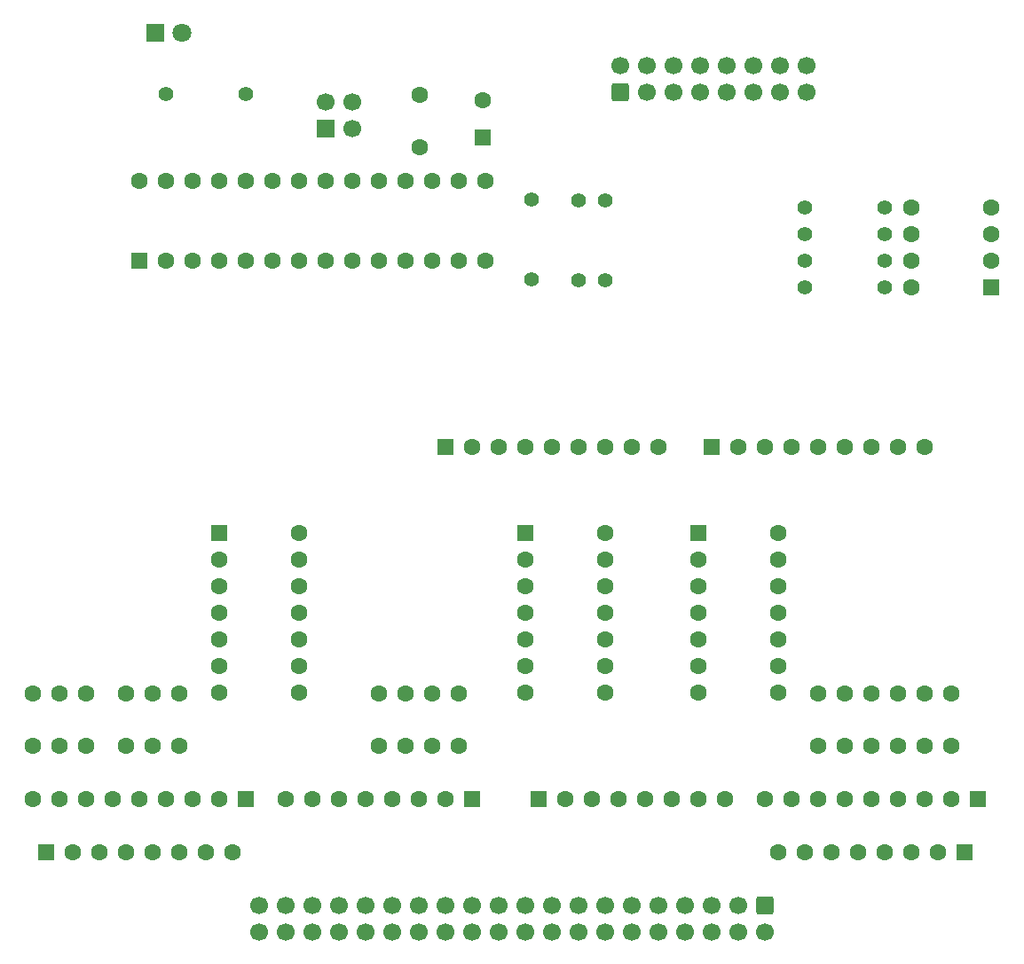
<source format=gbr>
%TF.GenerationSoftware,KiCad,Pcbnew,9.0.7*%
%TF.CreationDate,2026-02-03T13:57:44+01:00*%
%TF.ProjectId,lokho2-inputs,6c6f6b68-6f32-42d6-996e-707574732e6b,rev?*%
%TF.SameCoordinates,Original*%
%TF.FileFunction,Soldermask,Bot*%
%TF.FilePolarity,Negative*%
%FSLAX46Y46*%
G04 Gerber Fmt 4.6, Leading zero omitted, Abs format (unit mm)*
G04 Created by KiCad (PCBNEW 9.0.7) date 2026-02-03 13:57:44*
%MOMM*%
%LPD*%
G01*
G04 APERTURE LIST*
G04 Aperture macros list*
%AMRoundRect*
0 Rectangle with rounded corners*
0 $1 Rounding radius*
0 $2 $3 $4 $5 $6 $7 $8 $9 X,Y pos of 4 corners*
0 Add a 4 corners polygon primitive as box body*
4,1,4,$2,$3,$4,$5,$6,$7,$8,$9,$2,$3,0*
0 Add four circle primitives for the rounded corners*
1,1,$1+$1,$2,$3*
1,1,$1+$1,$4,$5*
1,1,$1+$1,$6,$7*
1,1,$1+$1,$8,$9*
0 Add four rect primitives between the rounded corners*
20,1,$1+$1,$2,$3,$4,$5,0*
20,1,$1+$1,$4,$5,$6,$7,0*
20,1,$1+$1,$6,$7,$8,$9,0*
20,1,$1+$1,$8,$9,$2,$3,0*%
G04 Aperture macros list end*
%ADD10R,1.700000X1.700000*%
%ADD11C,1.700000*%
%ADD12C,1.400000*%
%ADD13C,1.600000*%
%ADD14R,1.800000X1.800000*%
%ADD15C,1.800000*%
%ADD16R,1.600000X1.600000*%
%ADD17RoundRect,0.250000X-0.550000X-0.550000X0.550000X-0.550000X0.550000X0.550000X-0.550000X0.550000X0*%
%ADD18RoundRect,0.250000X-0.600000X0.600000X-0.600000X-0.600000X0.600000X-0.600000X0.600000X0.600000X0*%
%ADD19RoundRect,0.250000X0.550000X0.550000X-0.550000X0.550000X-0.550000X-0.550000X0.550000X-0.550000X0*%
%ADD20RoundRect,0.250000X0.550000X-0.550000X0.550000X0.550000X-0.550000X0.550000X-0.550000X-0.550000X0*%
%ADD21RoundRect,0.250000X0.600000X-0.600000X0.600000X0.600000X-0.600000X0.600000X-0.600000X-0.600000X0*%
G04 APERTURE END LIST*
D10*
%TO.C,J2*%
X133020000Y-72225000D03*
D11*
X133020000Y-69685000D03*
X135560000Y-72225000D03*
X135560000Y-69685000D03*
%TD*%
D12*
%TO.C,R2*%
X186360000Y-84765000D03*
X178740000Y-84765000D03*
%TD*%
D13*
%TO.C,C17*%
X110160000Y-131120000D03*
X110160000Y-126120000D03*
%TD*%
D12*
%TO.C,R7*%
X125400000Y-68890000D03*
X117780000Y-68890000D03*
%TD*%
%TO.C,R5*%
X159690000Y-79050000D03*
X159690000Y-86670000D03*
%TD*%
D14*
%TO.C,D1*%
X116730000Y-63000000D03*
D15*
X119270000Y-63000000D03*
%TD*%
D13*
%TO.C,C14*%
X138100000Y-131120000D03*
X138100000Y-126120000D03*
%TD*%
D16*
%TO.C,RN5*%
X106350000Y-141280000D03*
D13*
X108890000Y-141280000D03*
X111430000Y-141280000D03*
X113970000Y-141280000D03*
X116510000Y-141280000D03*
X119050000Y-141280000D03*
X121590000Y-141280000D03*
X124130000Y-141280000D03*
%TD*%
%TO.C,C11*%
X116510000Y-131120000D03*
X116510000Y-126120000D03*
%TD*%
%TO.C,C7*%
X182550000Y-131120000D03*
X182550000Y-126120000D03*
%TD*%
%TO.C,C15*%
X105080000Y-131120000D03*
X105080000Y-126120000D03*
%TD*%
%TO.C,C13*%
X140640000Y-131120000D03*
X140640000Y-126120000D03*
%TD*%
%TO.C,C4*%
X190170000Y-131120000D03*
X190170000Y-126120000D03*
%TD*%
%TO.C,C9*%
X143180000Y-131120000D03*
X143180000Y-126120000D03*
%TD*%
D17*
%TO.C,U4*%
X152070000Y-110800000D03*
D13*
X152070000Y-113340000D03*
X152070000Y-115880000D03*
X152070000Y-118420000D03*
X152070000Y-120960000D03*
X152070000Y-123500000D03*
X152070000Y-126040000D03*
X159690000Y-126040000D03*
X159690000Y-123500000D03*
X159690000Y-120960000D03*
X159690000Y-118420000D03*
X159690000Y-115880000D03*
X159690000Y-113340000D03*
X159690000Y-110800000D03*
%TD*%
D16*
%TO.C,RN7*%
X144450000Y-102545000D03*
D13*
X146990000Y-102545000D03*
X149530000Y-102545000D03*
X152070000Y-102545000D03*
X154610000Y-102545000D03*
X157150000Y-102545000D03*
X159690000Y-102545000D03*
X162230000Y-102545000D03*
X164770000Y-102545000D03*
%TD*%
D16*
%TO.C,RN6*%
X125400000Y-136200000D03*
D13*
X122860000Y-136200000D03*
X120320000Y-136200000D03*
X117780000Y-136200000D03*
X115240000Y-136200000D03*
X112700000Y-136200000D03*
X110160000Y-136200000D03*
X107620000Y-136200000D03*
X105080000Y-136200000D03*
%TD*%
%TO.C,C2*%
X142000000Y-69000000D03*
X142000000Y-74000000D03*
%TD*%
D16*
%TO.C,RN3*%
X195250000Y-136200000D03*
D13*
X192710000Y-136200000D03*
X190170000Y-136200000D03*
X187630000Y-136200000D03*
X185090000Y-136200000D03*
X182550000Y-136200000D03*
X180010000Y-136200000D03*
X177470000Y-136200000D03*
X174930000Y-136200000D03*
%TD*%
D18*
%TO.C,J1*%
X174930000Y-146360000D03*
D11*
X174930000Y-148900000D03*
X172390000Y-146360000D03*
X172390000Y-148900000D03*
X169850000Y-146360000D03*
X169850000Y-148900000D03*
X167310000Y-146360000D03*
X167310000Y-148900000D03*
X164770000Y-146360000D03*
X164770000Y-148900000D03*
X162230000Y-146360000D03*
X162230000Y-148900000D03*
X159690000Y-146360000D03*
X159690000Y-148900000D03*
X157150000Y-146360000D03*
X157150000Y-148900000D03*
X154610000Y-146360000D03*
X154610000Y-148900000D03*
X152070000Y-146360000D03*
X152070000Y-148900000D03*
X149530000Y-146360000D03*
X149530000Y-148900000D03*
X146990000Y-146360000D03*
X146990000Y-148900000D03*
X144450000Y-146360000D03*
X144450000Y-148900000D03*
X141910000Y-146360000D03*
X141910000Y-148900000D03*
X139370000Y-146360000D03*
X139370000Y-148900000D03*
X136830000Y-146360000D03*
X136830000Y-148900000D03*
X134290000Y-146360000D03*
X134290000Y-148900000D03*
X131750000Y-146360000D03*
X131750000Y-148900000D03*
X129210000Y-146360000D03*
X129210000Y-148900000D03*
X126670000Y-146360000D03*
X126670000Y-148900000D03*
%TD*%
D19*
%TO.C,SW1*%
X196520000Y-87305000D03*
D13*
X196520000Y-84765000D03*
X196520000Y-82225000D03*
X196520000Y-79685000D03*
X188900000Y-79685000D03*
X188900000Y-82225000D03*
X188900000Y-84765000D03*
X188900000Y-87305000D03*
%TD*%
D17*
%TO.C,U3*%
X122865000Y-110800000D03*
D13*
X122865000Y-113340000D03*
X122865000Y-115880000D03*
X122865000Y-118420000D03*
X122865000Y-120960000D03*
X122865000Y-123500000D03*
X122865000Y-126040000D03*
X130485000Y-126040000D03*
X130485000Y-123500000D03*
X130485000Y-120960000D03*
X130485000Y-118420000D03*
X130485000Y-115880000D03*
X130485000Y-113340000D03*
X130485000Y-110800000D03*
%TD*%
D16*
%TO.C,RN4*%
X146990000Y-136200000D03*
D13*
X144450000Y-136200000D03*
X141910000Y-136200000D03*
X139370000Y-136200000D03*
X136830000Y-136200000D03*
X134290000Y-136200000D03*
X131750000Y-136200000D03*
X129210000Y-136200000D03*
%TD*%
D12*
%TO.C,R8*%
X152705000Y-86620000D03*
X152705000Y-79000000D03*
%TD*%
D16*
%TO.C,RN2*%
X153340000Y-136200000D03*
D13*
X155880000Y-136200000D03*
X158420000Y-136200000D03*
X160960000Y-136200000D03*
X163500000Y-136200000D03*
X166040000Y-136200000D03*
X168580000Y-136200000D03*
X171120000Y-136200000D03*
%TD*%
%TO.C,C18*%
X113970000Y-131120000D03*
X113970000Y-126120000D03*
%TD*%
%TO.C,C6*%
X185090000Y-131120000D03*
X185090000Y-126120000D03*
%TD*%
D16*
%TO.C,RN1*%
X193980000Y-141280000D03*
D13*
X191440000Y-141280000D03*
X188900000Y-141280000D03*
X186360000Y-141280000D03*
X183820000Y-141280000D03*
X181280000Y-141280000D03*
X178740000Y-141280000D03*
X176200000Y-141280000D03*
%TD*%
D12*
%TO.C,R1*%
X186360000Y-87305000D03*
X178740000Y-87305000D03*
%TD*%
D13*
%TO.C,C3*%
X192710000Y-131120000D03*
X192710000Y-126120000D03*
%TD*%
%TO.C,C12*%
X119050000Y-131120000D03*
X119050000Y-126120000D03*
%TD*%
%TO.C,C16*%
X107620000Y-131120000D03*
X107620000Y-126120000D03*
%TD*%
D12*
%TO.C,R4*%
X186360000Y-79685000D03*
X178740000Y-79685000D03*
%TD*%
D17*
%TO.C,U5*%
X168580000Y-110800000D03*
D13*
X168580000Y-113340000D03*
X168580000Y-115880000D03*
X168580000Y-118420000D03*
X168580000Y-120960000D03*
X168580000Y-123500000D03*
X168580000Y-126040000D03*
X176200000Y-126040000D03*
X176200000Y-123500000D03*
X176200000Y-120960000D03*
X176200000Y-118420000D03*
X176200000Y-115880000D03*
X176200000Y-113340000D03*
X176200000Y-110800000D03*
%TD*%
D20*
%TO.C,C1*%
X148000000Y-73000000D03*
D13*
X148000000Y-69500000D03*
%TD*%
D16*
%TO.C,RN8*%
X169850000Y-102545000D03*
D13*
X172390000Y-102545000D03*
X174930000Y-102545000D03*
X177470000Y-102545000D03*
X180010000Y-102545000D03*
X182550000Y-102545000D03*
X185090000Y-102545000D03*
X187630000Y-102545000D03*
X190170000Y-102545000D03*
%TD*%
D12*
%TO.C,R3*%
X186360000Y-82225000D03*
X178740000Y-82225000D03*
%TD*%
D20*
%TO.C,U2*%
X115240000Y-84765000D03*
D13*
X117780000Y-84765000D03*
X120320000Y-84765000D03*
X122860000Y-84765000D03*
X125400000Y-84765000D03*
X127940000Y-84765000D03*
X130480000Y-84765000D03*
X133020000Y-84765000D03*
X135560000Y-84765000D03*
X138100000Y-84765000D03*
X140640000Y-84765000D03*
X143180000Y-84765000D03*
X145720000Y-84765000D03*
X148260000Y-84765000D03*
X148260000Y-77145000D03*
X145720000Y-77145000D03*
X143180000Y-77145000D03*
X140640000Y-77145000D03*
X138100000Y-77145000D03*
X135560000Y-77145000D03*
X133020000Y-77145000D03*
X130480000Y-77145000D03*
X127940000Y-77145000D03*
X125400000Y-77145000D03*
X122860000Y-77145000D03*
X120320000Y-77145000D03*
X117780000Y-77145000D03*
X115240000Y-77145000D03*
%TD*%
%TO.C,C8*%
X180010000Y-131120000D03*
X180010000Y-126120000D03*
%TD*%
D12*
%TO.C,R6*%
X157150000Y-86670000D03*
X157150000Y-79050000D03*
%TD*%
D13*
%TO.C,C5*%
X187630000Y-131120000D03*
X187630000Y-126120000D03*
%TD*%
D21*
%TO.C,SPI1*%
X161110000Y-68697500D03*
D11*
X161110000Y-66157500D03*
X163650000Y-68697500D03*
X163650000Y-66157500D03*
X166190000Y-68697500D03*
X166190000Y-66157500D03*
X168730000Y-68697500D03*
X168730000Y-66157500D03*
X171270000Y-68697500D03*
X171270000Y-66157500D03*
X173810000Y-68697500D03*
X173810000Y-66157500D03*
X176350000Y-68697500D03*
X176350000Y-66157500D03*
X178890000Y-68697500D03*
X178890000Y-66157500D03*
%TD*%
D13*
%TO.C,C10*%
X145720000Y-131120000D03*
X145720000Y-126120000D03*
%TD*%
M02*

</source>
